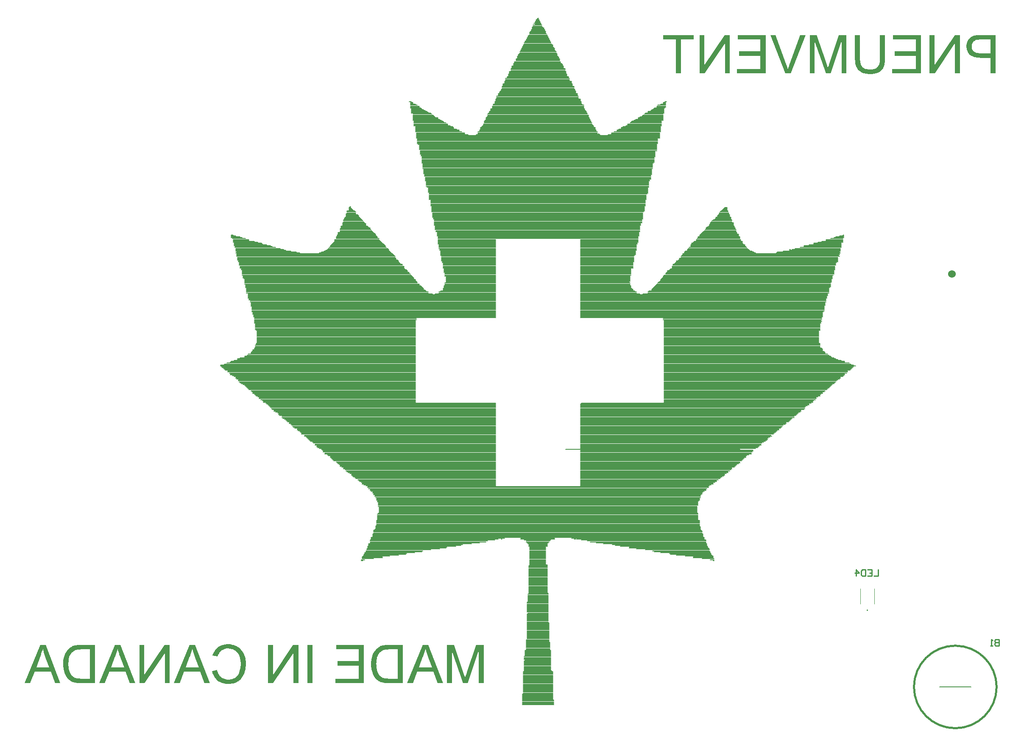
<source format=gbo>
G04*
G04 #@! TF.GenerationSoftware,Altium Limited,Altium Designer,20.0.1 (14)*
G04*
G04 Layer_Color=32896*
%FSLAX44Y44*%
%MOMM*%
G71*
G01*
G75*
%ADD10C,0.2540*%
%ADD13C,0.2000*%
%ADD14C,0.1000*%
%ADD15C,0.4000*%
%ADD144C,1.5240*%
%ADD145C,0.1778*%
G36*
X2144602Y1979993D02*
X2134825D01*
Y2040320D01*
X2094607Y1979993D01*
X2084053D01*
Y2056874D01*
X2093829D01*
Y1996436D01*
X2134158Y2056874D01*
X2144602D01*
Y1979993D01*
D02*
G37*
G36*
X1684983D02*
X1675206D01*
Y2040320D01*
X1634988Y1979993D01*
X1624433D01*
Y2056874D01*
X1634210D01*
Y1996436D01*
X1674539Y2056874D01*
X1684983D01*
Y1979993D01*
D02*
G37*
G36*
X1918070D02*
X1908293D01*
Y2045431D01*
X1886073Y1979993D01*
X1876963D01*
X1854521Y2044320D01*
Y1979993D01*
X1844744D01*
Y2056874D01*
X1858409D01*
X1876852Y2003324D01*
X1877852Y2000435D01*
X1878629Y1997991D01*
X1879407Y1995880D01*
X1879963Y1994103D01*
X1880407Y1992770D01*
X1880740Y1991770D01*
X1880851Y1991214D01*
X1880963Y1990992D01*
X1881407Y1992547D01*
X1881962Y1994325D01*
X1882629Y1996214D01*
X1883185Y1998102D01*
X1883740Y1999769D01*
X1884184Y2001102D01*
X1884407Y2001658D01*
X1884518Y2001991D01*
X1884629Y2002213D01*
Y2002324D01*
X1902849Y2056874D01*
X1918070D01*
Y1979993D01*
D02*
G37*
G36*
X1806415D02*
X1795749D01*
X1765752Y2056874D01*
X1776084D01*
X1796971Y2000991D01*
X1797860Y1998658D01*
X1798638Y1996436D01*
X1799304Y1994325D01*
X1799860Y1992436D01*
X1800415Y1990770D01*
X1800749Y1989548D01*
X1800860Y1989103D01*
X1800971Y1988770D01*
X1801082Y1988548D01*
Y1988437D01*
X1802415Y1992881D01*
X1803082Y1994992D01*
X1803748Y1996880D01*
X1804304Y1998547D01*
X1804526Y1999213D01*
X1804637Y1999880D01*
X1804859Y2000324D01*
X1804970Y2000658D01*
X1805081Y2000880D01*
Y2000991D01*
X1825079Y2056874D01*
X1836189D01*
X1806415Y1979993D01*
D02*
G37*
G36*
X1995173Y2012434D02*
Y2010212D01*
X1995062Y2008101D01*
X1994951Y2006102D01*
X1994729Y2004213D01*
X1994506Y2002546D01*
X1994284Y2000991D01*
X1993951Y1999547D01*
X1993729Y1998214D01*
X1993506Y1996991D01*
X1993173Y1995992D01*
X1992951Y1995103D01*
X1992729Y1994436D01*
X1992507Y1993881D01*
X1992395Y1993436D01*
X1992284Y1993214D01*
Y1993103D01*
X1991062Y1990659D01*
X1989507Y1988437D01*
X1987951Y1986659D01*
X1986285Y1985104D01*
X1984841Y1983882D01*
X1983618Y1982993D01*
X1983174Y1982771D01*
X1982841Y1982549D01*
X1982619Y1982326D01*
X1982507D01*
X1979730Y1981104D01*
X1976841Y1980215D01*
X1973842Y1979549D01*
X1971064Y1979104D01*
X1969842Y1978993D01*
X1968620Y1978882D01*
X1967509Y1978771D01*
X1966620D01*
X1965843Y1978660D01*
X1964843D01*
X1960843Y1978882D01*
X1959066Y1979104D01*
X1957399Y1979327D01*
X1955733Y1979660D01*
X1954288Y1979993D01*
X1952955Y1980327D01*
X1951733Y1980771D01*
X1950622Y1981215D01*
X1949733Y1981549D01*
X1948844Y1981882D01*
X1948178Y1982215D01*
X1947622Y1982549D01*
X1947289Y1982660D01*
X1947067Y1982882D01*
X1946956D01*
X1944512Y1984548D01*
X1942512Y1986437D01*
X1940956Y1988215D01*
X1939623Y1989992D01*
X1938623Y1991548D01*
X1937957Y1992770D01*
X1937734Y1993214D01*
X1937512Y1993547D01*
X1937401Y1993770D01*
Y1993881D01*
X1936957Y1995214D01*
X1936512Y1996658D01*
X1935846Y1999658D01*
X1935401Y2002769D01*
X1935068Y2005768D01*
X1934957Y2007101D01*
X1934846Y2008435D01*
Y2009546D01*
X1934735Y2010546D01*
Y2011323D01*
Y2011879D01*
Y2012323D01*
Y2012434D01*
Y2056874D01*
X1944956D01*
Y2012434D01*
Y2009879D01*
X1945178Y2007435D01*
X1945400Y2005324D01*
X1945734Y2003324D01*
X1946067Y2001546D01*
X1946511Y1999880D01*
X1946845Y1998436D01*
X1947289Y1997214D01*
X1947733Y1996214D01*
X1948178Y1995214D01*
X1948622Y1994547D01*
X1948956Y1993881D01*
X1949289Y1993436D01*
X1949511Y1993103D01*
X1949622Y1992992D01*
X1949733Y1992881D01*
X1950733Y1991992D01*
X1951844Y1991214D01*
X1954288Y1989992D01*
X1956844Y1989103D01*
X1959510Y1988548D01*
X1961954Y1988103D01*
X1962954Y1987992D01*
X1963954D01*
X1964621Y1987881D01*
X1965732D01*
X1968065Y1987992D01*
X1970175Y1988326D01*
X1972175Y1988659D01*
X1973731Y1989214D01*
X1975064Y1989659D01*
X1976064Y1989992D01*
X1976619Y1990325D01*
X1976841Y1990437D01*
X1978397Y1991436D01*
X1979730Y1992659D01*
X1980841Y1993881D01*
X1981619Y1994992D01*
X1982285Y1996103D01*
X1982841Y1996880D01*
X1983063Y1997436D01*
X1983174Y1997658D01*
X1983507Y1998658D01*
X1983730Y1999658D01*
X1984174Y2001991D01*
X1984507Y2004435D01*
X1984729Y2006879D01*
X1984841Y2008990D01*
Y2009990D01*
X1984952Y2010768D01*
Y2011434D01*
Y2011990D01*
Y2012323D01*
Y2012434D01*
Y2056874D01*
X1995173D01*
Y2012434D01*
D02*
G37*
G36*
X2216150Y1979993D02*
X2205929D01*
Y2011212D01*
X2186264D01*
X2183376Y2011323D01*
X2180598Y2011546D01*
X2178154Y2011879D01*
X2175932Y2012323D01*
X2173821Y2012768D01*
X2172043Y2013323D01*
X2170377Y2013990D01*
X2168933Y2014656D01*
X2167711Y2015212D01*
X2166600Y2015878D01*
X2165711Y2016434D01*
X2165044Y2016989D01*
X2164489Y2017323D01*
X2164155Y2017656D01*
X2163933Y2017878D01*
X2163822Y2017989D01*
X2162711Y2019323D01*
X2161711Y2020656D01*
X2160934Y2021989D01*
X2160156Y2023433D01*
X2159489Y2024877D01*
X2159045Y2026211D01*
X2158267Y2028766D01*
X2158045Y2029988D01*
X2157823Y2031099D01*
X2157712Y2032099D01*
X2157601Y2032877D01*
X2157489Y2033654D01*
Y2034099D01*
Y2034432D01*
Y2034543D01*
X2157601Y2036654D01*
X2157823Y2038654D01*
X2158267Y2040431D01*
X2158600Y2041987D01*
X2159045Y2043320D01*
X2159489Y2044320D01*
X2159711Y2044875D01*
X2159823Y2045098D01*
X2160711Y2046764D01*
X2161822Y2048208D01*
X2162822Y2049541D01*
X2163822Y2050541D01*
X2164711Y2051319D01*
X2165378Y2051986D01*
X2165822Y2052319D01*
X2166044Y2052430D01*
X2167488Y2053319D01*
X2169155Y2054097D01*
X2170710Y2054763D01*
X2172155Y2055319D01*
X2173488Y2055652D01*
X2174488Y2055874D01*
X2175265Y2056096D01*
X2175488D01*
X2177154Y2056319D01*
X2179043Y2056541D01*
X2181042Y2056652D01*
X2182931Y2056763D01*
X2184598Y2056874D01*
X2216150D01*
Y1979993D01*
D02*
G37*
G36*
X2066832D02*
X2009394D01*
Y1989103D01*
X2056611D01*
Y2015212D01*
X2014060D01*
Y2024322D01*
X2056611D01*
Y2047764D01*
X2011171D01*
Y2056874D01*
X2066832D01*
Y1979993D01*
D02*
G37*
G36*
X1756420D02*
X1698981D01*
Y1989103D01*
X1746199D01*
Y2015212D01*
X1703647D01*
Y2024322D01*
X1746199D01*
Y2047764D01*
X1700759D01*
Y2056874D01*
X1756420D01*
Y1979993D01*
D02*
G37*
G36*
X1613101Y2047764D02*
X1587771D01*
Y1979993D01*
X1577549D01*
Y2047764D01*
X1552219D01*
Y2056874D01*
X1613101D01*
Y2047764D01*
D02*
G37*
G36*
X823394Y760730D02*
X813617D01*
Y821057D01*
X773399Y760730D01*
X762845D01*
X762845Y837611D01*
X772621D01*
X772621Y777173D01*
X812951Y837611D01*
X823394D01*
X823394Y760730D01*
D02*
G37*
G36*
X566754Y760730D02*
X556977D01*
Y821057D01*
X516759Y760730D01*
X506205D01*
X506205Y837611D01*
X515981D01*
X515981Y777173D01*
X556311Y837611D01*
X566754D01*
X566754Y760730D01*
D02*
G37*
G36*
X1193800Y760730D02*
X1184023D01*
Y826168D01*
X1161803Y760730D01*
X1152693D01*
X1130251Y825057D01*
Y760730D01*
X1120474Y760730D01*
X1120474Y837611D01*
X1134139Y837611D01*
X1152582Y784061D01*
X1153582Y781172D01*
X1154360Y778728D01*
X1155137Y776617D01*
X1155693Y774840D01*
X1156137Y773506D01*
X1156470Y772507D01*
X1156582Y771951D01*
X1156693Y771729D01*
X1157137Y773284D01*
X1157693Y775062D01*
X1158359Y776951D01*
X1158915Y778839D01*
X1159470Y780506D01*
X1159915Y781839D01*
X1160137Y782394D01*
X1160248Y782728D01*
X1160359Y782950D01*
Y783061D01*
X1178579Y837611D01*
X1193800D01*
X1193800Y760730D01*
D02*
G37*
G36*
X686297Y838722D02*
X689852Y838166D01*
X692963Y837500D01*
X694407Y837055D01*
X695741Y836611D01*
X696963Y836167D01*
X698074Y835722D01*
X698962Y835389D01*
X699851Y835056D01*
X700407Y834722D01*
X700851Y834500D01*
X701184Y834389D01*
X701295Y834278D01*
X704295Y832389D01*
X706851Y830167D01*
X709072Y827945D01*
X710961Y825723D01*
X712405Y823723D01*
X712961Y822835D01*
X713405Y822057D01*
X713850Y821501D01*
X714072Y821057D01*
X714183Y820724D01*
X714294Y820613D01*
X715850Y817169D01*
X716961Y813613D01*
X717738Y810058D01*
X718294Y806836D01*
X718516Y805392D01*
X718627Y803948D01*
X718738Y802837D01*
Y801726D01*
X718849Y800948D01*
Y800281D01*
Y799837D01*
Y799726D01*
X718627Y795726D01*
X718183Y791838D01*
X717627Y788394D01*
X717183Y786727D01*
X716849Y785283D01*
X716516Y783950D01*
X716072Y782728D01*
X715738Y781617D01*
X715516Y780728D01*
X715183Y780061D01*
X715072Y779506D01*
X714850Y779173D01*
Y779061D01*
X713183Y775728D01*
X711294Y772729D01*
X709295Y770173D01*
X708295Y769174D01*
X707406Y768174D01*
X706517Y767285D01*
X705628Y766507D01*
X704851Y765841D01*
X704184Y765396D01*
X703740Y764952D01*
X703295Y764618D01*
X703073Y764507D01*
X702962Y764396D01*
X701407Y763507D01*
X699851Y762730D01*
X696518Y761508D01*
X693185Y760619D01*
X689963Y760063D01*
X688408Y759841D01*
X687075Y759619D01*
X685853Y759508D01*
X684853Y759508D01*
X683964Y759397D01*
X682742D01*
X680520Y759508D01*
X678409Y759730D01*
X676409Y759952D01*
X674520Y760397D01*
X672743Y760952D01*
X671076Y761508D01*
X669521Y762063D01*
X668077Y762730D01*
X666855Y763285D01*
X665632Y763841D01*
X664744Y764396D01*
X663855Y764952D01*
X663299Y765396D01*
X662744Y765618D01*
X662522Y765841D01*
X662411Y765952D01*
X660855Y767285D01*
X659522Y768618D01*
X658300Y770173D01*
X657078Y771729D01*
X655078Y774839D01*
X653523Y777950D01*
X652856Y779395D01*
X652300Y780728D01*
X651856Y781950D01*
X651523Y782950D01*
X651190Y783839D01*
X650967Y784505D01*
X650856Y784950D01*
Y785061D01*
X661077Y787616D01*
X661522Y785838D01*
X662077Y784172D01*
X662633Y782617D01*
X663188Y781172D01*
X663855Y779839D01*
X664521Y778728D01*
X665299Y777617D01*
X665966Y776617D01*
X666521Y775728D01*
X667188Y775062D01*
X667743Y774395D01*
X668188Y773840D01*
X668632Y773506D01*
X668966Y773173D01*
X669077Y773062D01*
X669188Y772951D01*
X670299Y772062D01*
X671521Y771395D01*
X673965Y770173D01*
X676298Y769285D01*
X678631Y768729D01*
X680631Y768285D01*
X681409Y768174D01*
X682186D01*
X682853Y768063D01*
X683631D01*
X686186Y768174D01*
X688630Y768618D01*
X690852Y769174D01*
X692852Y769840D01*
X694407Y770507D01*
X695074Y770840D01*
X695629Y771062D01*
X696074Y771284D01*
X696407Y771507D01*
X696629Y771618D01*
X696740D01*
X698851Y773173D01*
X700629Y774840D01*
X702184Y776728D01*
X703406Y778506D01*
X704406Y780061D01*
X705073Y781394D01*
X705295Y781950D01*
X705517Y782283D01*
X705628Y782505D01*
Y782617D01*
X706517Y785505D01*
X707184Y788394D01*
X707739Y791282D01*
X708073Y793949D01*
X708184Y795171D01*
X708295Y796282D01*
Y797282D01*
X708406Y798059D01*
Y798726D01*
Y799281D01*
Y799615D01*
Y799726D01*
X708295Y802615D01*
X708073Y805281D01*
X707628Y807725D01*
X707184Y809947D01*
X706851Y811836D01*
X706628Y812613D01*
X706406Y813280D01*
X706295Y813836D01*
X706184Y814169D01*
X706073Y814391D01*
Y814502D01*
X704962Y817057D01*
X703740Y819390D01*
X702406Y821279D01*
X700962Y822946D01*
X699740Y824279D01*
X698740Y825168D01*
X697962Y825723D01*
X697851Y825945D01*
X697740D01*
X695407Y827390D01*
X692852Y828501D01*
X690408Y829278D01*
X688075Y829723D01*
X685964Y830056D01*
X685075Y830167D01*
X684297D01*
X683742Y830278D01*
X682853D01*
X680075Y830167D01*
X677520Y829723D01*
X675409Y829056D01*
X673521Y828390D01*
X672076Y827612D01*
X670965Y827056D01*
X670299Y826612D01*
X670077Y826390D01*
X668299Y824723D01*
X666632Y822835D01*
X665299Y820835D01*
X664188Y818835D01*
X663299Y817057D01*
X662966Y816169D01*
X662744Y815502D01*
X662522Y814947D01*
X662299Y814502D01*
X662188Y814280D01*
Y814169D01*
X652189Y816502D01*
X652856Y818502D01*
X653523Y820279D01*
X654411Y821946D01*
X655189Y823612D01*
X656078Y825057D01*
X657078Y826390D01*
X657967Y827723D01*
X658855Y828834D01*
X659744Y829723D01*
X660522Y830611D01*
X661300Y831389D01*
X661855Y831945D01*
X662411Y832500D01*
X662855Y832833D01*
X663077Y832945D01*
X663188Y833056D01*
X664744Y834056D01*
X666299Y835055D01*
X667855Y835833D01*
X669521Y836500D01*
X672854Y837500D01*
X675854Y838166D01*
X677298Y838500D01*
X678520Y838611D01*
X679742Y838722D01*
X680742Y838833D01*
X681520Y838944D01*
X682631D01*
X686297Y838722D01*
D02*
G37*
G36*
X1112364Y760730D02*
X1101587D01*
X1093255Y784061D01*
X1061036D01*
X1052037Y760730D01*
X1040483D01*
X1071924Y837611D01*
X1083034D01*
X1112364Y760730D01*
D02*
G37*
G36*
X1032261D02*
X1004597D01*
X1002042Y760841D01*
X999709Y760952D01*
X997598Y761174D01*
X995820Y761397D01*
X994265Y761619D01*
X993154Y761730D01*
X992821Y761841D01*
X992487Y761952D01*
X992265D01*
X990266Y762508D01*
X988488Y763174D01*
X986933Y763730D01*
X985599Y764396D01*
X984488Y764952D01*
X983711Y765396D01*
X983266Y765730D01*
X983044Y765841D01*
X981600Y766841D01*
X980378Y768063D01*
X979156Y769174D01*
X978156Y770285D01*
X977267Y771284D01*
X976600Y772062D01*
X976156Y772618D01*
X976045Y772840D01*
X974934Y774617D01*
X973823Y776506D01*
X972934Y778284D01*
X972267Y780061D01*
X971601Y781617D01*
X971156Y782839D01*
X971045Y783283D01*
X970934Y783616D01*
X970823Y783839D01*
Y783950D01*
X970156Y786616D01*
X969601Y789283D01*
X969268Y791838D01*
X968934Y794282D01*
X968823Y796393D01*
Y797282D01*
X968712Y798059D01*
Y798615D01*
Y799170D01*
Y799393D01*
Y799504D01*
X968823Y803281D01*
X969157Y806725D01*
X969712Y809836D01*
X969934Y811280D01*
X970268Y812502D01*
X970601Y813725D01*
X970823Y814724D01*
X971045Y815613D01*
X971379Y816391D01*
X971490Y817057D01*
X971712Y817502D01*
X971823Y817724D01*
Y817835D01*
X973045Y820724D01*
X974489Y823279D01*
X976045Y825501D01*
X977489Y827390D01*
X978822Y828945D01*
X979933Y830056D01*
X980378Y830389D01*
X980711Y830723D01*
X980822Y830834D01*
X980933Y830945D01*
X982711Y832389D01*
X984599Y833500D01*
X986488Y834500D01*
X988266Y835278D01*
X989821Y835833D01*
X991043Y836167D01*
X991488Y836389D01*
X991821D01*
X992043Y836500D01*
X992154D01*
X994043Y836833D01*
X996265Y837167D01*
X998487Y837389D01*
X1000709Y837500D01*
X1002709Y837611D01*
X1032261D01*
X1032261Y760730D01*
D02*
G37*
G36*
X954603Y760730D02*
X897164D01*
Y769840D01*
X944381D01*
Y795948D01*
X901830D01*
Y805059D01*
X944381D01*
Y828501D01*
X898942D01*
X898942Y837611D01*
X954603D01*
X954603Y760730D01*
D02*
G37*
G36*
X851502D02*
X841281D01*
X841281Y837611D01*
X851502D01*
X851502Y760730D01*
D02*
G37*
G36*
X646746Y760730D02*
X635969D01*
X627636Y784061D01*
X595418D01*
X586418Y760730D01*
X574864D01*
X606305Y837611D01*
X617415D01*
X646746Y760730D01*
D02*
G37*
G36*
X497539Y760730D02*
X486762D01*
X478430Y784061D01*
X446211D01*
X437212Y760730D01*
X425657D01*
X457099Y837611D01*
X468209D01*
X497539Y760730D01*
D02*
G37*
G36*
X417436D02*
X389772Y760730D01*
X387217Y760841D01*
X384884Y760952D01*
X382773Y761174D01*
X380995Y761396D01*
X379440Y761619D01*
X378329Y761730D01*
X377996Y761841D01*
X377662Y761952D01*
X377440D01*
X375440Y762507D01*
X373663Y763174D01*
X372107Y763729D01*
X370774Y764396D01*
X369663Y764952D01*
X368885Y765396D01*
X368441Y765729D01*
X368219Y765840D01*
X366775Y766840D01*
X365552Y768062D01*
X364330Y769173D01*
X363330Y770284D01*
X362442Y771284D01*
X361775Y772062D01*
X361331Y772617D01*
X361220Y772840D01*
X360109Y774617D01*
X358998Y776506D01*
X358109Y778284D01*
X357442Y780061D01*
X356776Y781617D01*
X356331Y782839D01*
X356220Y783283D01*
X356109Y783616D01*
X355998Y783839D01*
Y783950D01*
X355331Y786616D01*
X354776Y789282D01*
X354442Y791838D01*
X354109Y794282D01*
X353998Y796393D01*
Y797282D01*
X353887Y798059D01*
Y798615D01*
Y799170D01*
Y799392D01*
Y799504D01*
X353998Y803281D01*
X354331Y806725D01*
X354887Y809836D01*
X355109Y811280D01*
X355442Y812502D01*
X355776Y813724D01*
X355998Y814724D01*
X356220Y815613D01*
X356553Y816391D01*
X356665Y817057D01*
X356887Y817502D01*
X356998Y817724D01*
Y817835D01*
X358220Y820724D01*
X359664Y823279D01*
X361220Y825501D01*
X362664Y827390D01*
X363997Y828945D01*
X365108Y830056D01*
X365552Y830389D01*
X365886Y830723D01*
X365997Y830834D01*
X366108Y830945D01*
X367886Y832389D01*
X369774Y833500D01*
X371663Y834500D01*
X373441Y835278D01*
X374996Y835833D01*
X376218Y836167D01*
X376662Y836389D01*
X376996D01*
X377218Y836500D01*
X377329D01*
X379218Y836833D01*
X381440Y837166D01*
X383662Y837389D01*
X385884Y837500D01*
X387883Y837611D01*
X417436Y837611D01*
X417436Y760730D01*
D02*
G37*
G36*
X348332Y760730D02*
X337555D01*
X329223Y784061D01*
X297004D01*
X288005Y760730D01*
X276451D01*
X307892Y837611D01*
X319002D01*
X348332Y760730D01*
D02*
G37*
%LPC*%
G36*
X2205929Y2047764D02*
X2183931D01*
X2181931Y2047653D01*
X2180265Y2047542D01*
X2178932Y2047431D01*
X2178043Y2047209D01*
X2177376Y2047097D01*
X2176932Y2046986D01*
X2176821D01*
X2175376Y2046431D01*
X2174154Y2045764D01*
X2173043Y2045098D01*
X2172043Y2044320D01*
X2171377Y2043542D01*
X2170821Y2042987D01*
X2170488Y2042542D01*
X2170377Y2042431D01*
X2169599Y2041098D01*
X2168933Y2039765D01*
X2168488Y2038320D01*
X2168266Y2037098D01*
X2168044Y2035987D01*
X2167933Y2034987D01*
Y2034432D01*
Y2034321D01*
Y2034210D01*
X2168155Y2031877D01*
X2168599Y2029877D01*
X2169266Y2028099D01*
X2170044Y2026655D01*
X2170821Y2025544D01*
X2171488Y2024655D01*
X2171932Y2024211D01*
X2172155Y2023989D01*
X2172932Y2023322D01*
X2173932Y2022767D01*
X2176043Y2021878D01*
X2178376Y2021211D01*
X2180709Y2020767D01*
X2182820Y2020544D01*
X2183709Y2020433D01*
X2184487D01*
X2185264Y2020322D01*
X2205929D01*
Y2047764D01*
D02*
G37*
G36*
X1077701Y829612D02*
X1076923Y827056D01*
X1076034Y824390D01*
X1075146Y821724D01*
X1074257Y819168D01*
X1073812Y818057D01*
X1073479Y816946D01*
X1073146Y815947D01*
X1072812Y815169D01*
X1072590Y814502D01*
X1072368Y813947D01*
X1072257Y813613D01*
Y813502D01*
X1064258Y792393D01*
X1090255D01*
X1081923Y814836D01*
X1080923Y817613D01*
X1080145Y820279D01*
X1079367Y822724D01*
X1078812Y824946D01*
X1078367Y826834D01*
X1078145Y827612D01*
X1078034Y828390D01*
X1077812Y828834D01*
Y829278D01*
X1077701Y829501D01*
Y829612D01*
D02*
G37*
G36*
X1022040Y828501D02*
X1004264D01*
X1002820Y828390D01*
X1001376D01*
X1000042Y828279D01*
X997820Y827945D01*
X996043Y827723D01*
X994598Y827390D01*
X993598Y827056D01*
X993043Y826945D01*
X992821Y826834D01*
X990821Y825834D01*
X988932Y824612D01*
X987266Y823168D01*
X985822Y821724D01*
X984711Y820390D01*
X983822Y819279D01*
X983600Y818835D01*
X983377Y818502D01*
X983155Y818280D01*
Y818168D01*
X982489Y816946D01*
X981822Y815502D01*
X980822Y812614D01*
X980155Y809503D01*
X979600Y806503D01*
X979489Y805170D01*
X979378Y803837D01*
X979267Y802726D01*
Y801726D01*
X979156Y800837D01*
Y800281D01*
Y799837D01*
Y799726D01*
X979267Y796615D01*
X979489Y793727D01*
X979822Y791171D01*
X980155Y788949D01*
X980378Y788061D01*
X980600Y787283D01*
X980822Y786505D01*
X980933Y785950D01*
X981044Y785505D01*
X981155Y785172D01*
X981266Y784950D01*
Y784839D01*
X982044Y782728D01*
X982933Y780839D01*
X983933Y779173D01*
X984822Y777728D01*
X985599Y776617D01*
X986266Y775839D01*
X986710Y775395D01*
X986821Y775173D01*
X987932Y774284D01*
X989043Y773506D01*
X990154Y772840D01*
X991265Y772173D01*
X992265Y771729D01*
X993043Y771395D01*
X993598Y771284D01*
X993821Y771173D01*
X995487Y770729D01*
X997487Y770396D01*
X999487Y770173D01*
X1001376Y770062D01*
X1003042Y769951D01*
X1003820Y769840D01*
X1022040D01*
Y828501D01*
D02*
G37*
G36*
X612082Y829612D02*
X611305Y827056D01*
X610416Y824390D01*
X609527Y821724D01*
X608638Y819168D01*
X608194Y818057D01*
X607861Y816946D01*
X607527Y815946D01*
X607194Y815169D01*
X606972Y814502D01*
X606750Y813947D01*
X606639Y813613D01*
Y813502D01*
X598639Y792393D01*
X624637D01*
X616304Y814835D01*
X615304Y817613D01*
X614527Y820279D01*
X613749Y822723D01*
X613194Y824946D01*
X612749Y826834D01*
X612527Y827612D01*
X612416Y828390D01*
X612194Y828834D01*
Y829278D01*
X612082Y829501D01*
Y829612D01*
D02*
G37*
G36*
X462876Y829612D02*
X462098Y827056D01*
X461209Y824390D01*
X460320Y821724D01*
X459432Y819168D01*
X458987Y818057D01*
X458654Y816946D01*
X458321Y815946D01*
X457987Y815169D01*
X457765Y814502D01*
X457543Y813947D01*
X457432Y813613D01*
Y813502D01*
X449433Y792393D01*
X475430D01*
X467098Y814835D01*
X466098Y817613D01*
X465320Y820279D01*
X464542Y822723D01*
X463987Y824945D01*
X463542Y826834D01*
X463320Y827612D01*
X463209Y828390D01*
X462987Y828834D01*
Y829278D01*
X462876Y829501D01*
Y829612D01*
D02*
G37*
G36*
X407215Y828501D02*
X389439Y828501D01*
X387995Y828390D01*
X386550D01*
X385217Y828278D01*
X382995Y827945D01*
X381217Y827723D01*
X379773Y827390D01*
X378773Y827056D01*
X378218Y826945D01*
X377996Y826834D01*
X375996Y825834D01*
X374107Y824612D01*
X372441Y823168D01*
X370996Y821723D01*
X369885Y820390D01*
X368997Y819279D01*
X368774Y818835D01*
X368552Y818502D01*
X368330Y818279D01*
Y818168D01*
X367663Y816946D01*
X366997Y815502D01*
X365997Y812613D01*
X365330Y809503D01*
X364775Y806503D01*
X364664Y805170D01*
X364553Y803837D01*
X364441Y802726D01*
Y801726D01*
X364330Y800837D01*
Y800281D01*
Y799837D01*
Y799726D01*
X364441Y796615D01*
X364664Y793726D01*
X364997Y791171D01*
X365330Y788949D01*
X365552Y788060D01*
X365775Y787283D01*
X365997Y786505D01*
X366108Y785949D01*
X366219Y785505D01*
X366330Y785172D01*
X366441Y784950D01*
Y784838D01*
X367219Y782728D01*
X368108Y780839D01*
X369108Y779172D01*
X369996Y777728D01*
X370774Y776617D01*
X371441Y775839D01*
X371885Y775395D01*
X371996Y775173D01*
X373107Y774284D01*
X374218Y773506D01*
X375329Y772840D01*
X376440Y772173D01*
X377440Y771729D01*
X378218Y771395D01*
X378773Y771284D01*
X378996Y771173D01*
X380662Y770729D01*
X382662Y770396D01*
X384662Y770173D01*
X386550Y770062D01*
X388217Y769951D01*
X388994Y769840D01*
X407215Y769840D01*
Y828501D01*
D02*
G37*
G36*
X313669Y829612D02*
X312891Y827056D01*
X312003Y824390D01*
X311114Y821723D01*
X310225Y819168D01*
X309781Y818057D01*
X309447Y816946D01*
X309114Y815946D01*
X308781Y815169D01*
X308558Y814502D01*
X308336Y813947D01*
X308225Y813613D01*
Y813502D01*
X300226Y792393D01*
X326223D01*
X317891Y814835D01*
X316891Y817613D01*
X316113Y820279D01*
X315336Y822723D01*
X314780Y824945D01*
X314336Y826834D01*
X314113Y827612D01*
X314002Y828390D01*
X313780Y828834D01*
Y829278D01*
X313669Y829501D01*
Y829612D01*
D02*
G37*
%LPD*%
D10*
X1981454Y987802D02*
Y975106D01*
X1972990D01*
X1960294Y987802D02*
X1968758D01*
Y975106D01*
X1960294D01*
X1968758Y981454D02*
X1964526D01*
X1956062Y987802D02*
Y975106D01*
X1949714D01*
X1947598Y977222D01*
Y985686D01*
X1949714Y987802D01*
X1956062D01*
X1937018Y975106D02*
Y987802D01*
X1943366Y981454D01*
X1934902D01*
X2222500Y848623D02*
Y835928D01*
X2216152D01*
X2214036Y838044D01*
Y840160D01*
X2216152Y842275D01*
X2222500D01*
X2216152D01*
X2214036Y844391D01*
Y846507D01*
X2216152Y848623D01*
X2222500D01*
X2209804Y835928D02*
X2205572D01*
X2207688D01*
Y848623D01*
X2209804Y846507D01*
D13*
X1960610Y906780D02*
G03*
X1958610Y906780I-1000J0D01*
G01*
D02*
G03*
X1960610Y906780I1000J0D01*
G01*
X2103610Y753378D02*
X2166910D01*
X2135260D02*
X2166910D01*
X2103610D02*
X2135260D01*
D14*
X1945610Y919220D02*
Y950220D01*
X1973610Y919220D02*
Y950220D01*
D15*
X2217760Y753378D02*
G03*
X2217760Y753378I-82500J0D01*
G01*
D144*
X2128520Y1578610D02*
D03*
D145*
X1301242Y2090674D02*
X1303020D01*
X1299464Y2088896D02*
X1303020D01*
X1297686Y2087118D02*
X1304798D01*
X1297686Y2085340D02*
X1304798D01*
X1295908Y2083562D02*
X1306576D01*
X1295908Y2081784D02*
X1306576D01*
X1294130Y2080006D02*
X1308354D01*
X1295908Y2078228D02*
X1308354D01*
X1292352Y2076450D02*
X1310132D01*
X1292352Y2074672D02*
X1310132D01*
X1290574Y2072894D02*
X1311910D01*
X1290574Y2071116D02*
X1313688D01*
X1290574Y2069338D02*
X1313688D01*
X1288796Y2067560D02*
X1315466D01*
X1288796Y2065782D02*
X1315466D01*
X1287018Y2064004D02*
X1317244D01*
X1285240Y2062226D02*
X1317244D01*
X1285240Y2060448D02*
X1317244D01*
X1285240Y2058670D02*
X1319022D01*
X1283462Y2056892D02*
X1320800D01*
X1281684Y2055114D02*
X1320800D01*
X1281684Y2053336D02*
X1322578D01*
X1279906Y2051558D02*
X1322578D01*
X1279906Y2049780D02*
X1324356D01*
X1278128Y2048002D02*
X1324356D01*
X1278128Y2046224D02*
X1326134D01*
X1276350Y2044446D02*
X1326134D01*
X1276350Y2042668D02*
X1327912D01*
X1274572Y2040890D02*
X1327912D01*
X1274572Y2039112D02*
X1329690D01*
X1272794Y2037334D02*
X1331468D01*
X1272794Y2035556D02*
X1331468D01*
X1271016Y2033778D02*
X1331468D01*
X1271016Y2032000D02*
X1333246D01*
X1269238Y2030222D02*
X1335024D01*
X1269238Y2028444D02*
X1335024D01*
X1267460Y2026666D02*
X1335024D01*
X1267460Y2024888D02*
X1336802D01*
X1265682Y2023110D02*
X1338580D01*
X1265682Y2021332D02*
X1338580D01*
X1263904Y2019554D02*
X1340358D01*
X1262126Y2017776D02*
X1340358D01*
X1262126Y2015998D02*
X1340358D01*
X1260348Y2014220D02*
X1342136D01*
X1260348Y2012442D02*
X1343914D01*
X1260348Y2010664D02*
X1343914D01*
X1258570Y2008886D02*
X1345692D01*
X1258570Y2007108D02*
X1345692D01*
X1258570Y2005330D02*
X1345692D01*
X1255014Y2003552D02*
X1347470D01*
X1255014Y2001774D02*
X1347470D01*
X1253236Y1999996D02*
X1349248D01*
X1253236Y1998218D02*
X1351026D01*
X1253236Y1996440D02*
X1351026D01*
X1249680Y1994662D02*
X1352804D01*
X1249680Y1992884D02*
X1352804D01*
X1249680Y1991106D02*
X1352804D01*
X1247902Y1989328D02*
X1356360D01*
X1247902Y1987550D02*
X1356360D01*
X1247902Y1985772D02*
X1356360D01*
X1244346Y1983994D02*
X1358138D01*
X1244346Y1982216D02*
X1358138D01*
X1244346Y1980438D02*
X1358138D01*
X1242568Y1978660D02*
X1359916D01*
X1242568Y1976882D02*
X1359916D01*
X1242568Y1975104D02*
X1359916D01*
X1240790Y1973326D02*
X1363472D01*
X1240790Y1971548D02*
X1363472D01*
X1237234Y1969770D02*
X1365250D01*
X1237234Y1967992D02*
X1365250D01*
X1237234Y1966214D02*
X1365250D01*
X1235456Y1964436D02*
X1368806D01*
X1235456Y1962658D02*
X1368806D01*
X1235456Y1960880D02*
X1368806D01*
X1231900Y1959102D02*
X1370584D01*
X1231900Y1957324D02*
X1370584D01*
X1231900Y1955546D02*
X1370584D01*
X1230122Y1953768D02*
X1374140D01*
X1230122Y1951990D02*
X1374140D01*
X1230122Y1950212D02*
X1374140D01*
X1228344Y1948434D02*
X1375918D01*
X1228344Y1946656D02*
X1375918D01*
X1226566Y1944878D02*
X1377696D01*
X1224788Y1943100D02*
X1377696D01*
X1224788Y1941322D02*
X1377696D01*
X1223010Y1939544D02*
X1381252D01*
X1223010Y1937766D02*
X1381252D01*
X1223010Y1935988D02*
X1381252D01*
X1219454Y1934210D02*
X1383030D01*
X1219454Y1932432D02*
X1383030D01*
X1219454Y1930654D02*
X1383030D01*
X1217676Y1928876D02*
X1386586D01*
X1217676Y1927098D02*
X1386586D01*
X1217676Y1925320D02*
X1386586D01*
X1045210Y1923542D02*
X1048766D01*
X1215898D02*
X1388364D01*
X1555496D02*
X1559052D01*
X1046988Y1921764D02*
X1052322D01*
X1215898D02*
X1388364D01*
X1551940D02*
X1557274D01*
X1046988Y1919986D02*
X1052322D01*
X1215898D02*
X1388364D01*
X1551940D02*
X1557274D01*
X1046988Y1918208D02*
X1057656D01*
X1212342D02*
X1390142D01*
X1546606D02*
X1557274D01*
X1046988Y1916430D02*
X1061212D01*
X1212342D02*
X1393698D01*
X1541272D02*
X1557274D01*
X1046988Y1914652D02*
X1064768D01*
X1210564D02*
X1393698D01*
X1539494D02*
X1557274D01*
X1046988Y1912874D02*
X1064768D01*
X1210564D02*
X1393698D01*
X1539494D02*
X1557274D01*
X1046988Y1911096D02*
X1068324D01*
X1210564D02*
X1393698D01*
X1534160D02*
X1555496D01*
X1048766Y1909318D02*
X1070102D01*
X1207008D02*
X1395476D01*
X1532382D02*
X1553718D01*
X1048766Y1907540D02*
X1073658D01*
X1207008D02*
X1395476D01*
X1528826D02*
X1553718D01*
X1048766Y1905762D02*
X1077214D01*
X1207008D02*
X1397254D01*
X1527048D02*
X1553718D01*
X1048766Y1903984D02*
X1080770D01*
X1205230D02*
X1399032D01*
X1521714D02*
X1553718D01*
X1048766Y1902206D02*
X1082548D01*
X1205230D02*
X1399032D01*
X1521714D02*
X1553718D01*
X1048766Y1900428D02*
X1087882D01*
X1203452D02*
X1400810D01*
X1516380D02*
X1553718D01*
X1052322Y1898650D02*
X1089660D01*
X1201674D02*
X1400810D01*
X1514602D02*
X1551940D01*
X1052322Y1896872D02*
X1093216D01*
X1201674D02*
X1402588D01*
X1511046D02*
X1551940D01*
X1052322Y1895094D02*
X1094994D01*
X1201674D02*
X1402588D01*
X1509268D02*
X1551940D01*
X1052322Y1893316D02*
X1096772D01*
X1199896D02*
X1402588D01*
X1505712D02*
X1551940D01*
X1052322Y1891538D02*
X1102106D01*
X1198118D02*
X1404366D01*
X1502156D02*
X1551940D01*
X1052322Y1889760D02*
X1102106D01*
X1198118D02*
X1404366D01*
X1502156D02*
X1551940D01*
X1052322Y1887982D02*
X1105662D01*
X1198118D02*
X1406144D01*
X1496822D02*
X1551940D01*
X1052322Y1886204D02*
X1109218D01*
X1196340D02*
X1406144D01*
X1493266D02*
X1551940D01*
X1054100Y1884426D02*
X1112774D01*
X1194562D02*
X1407922D01*
X1489710D02*
X1548384D01*
X1054100Y1882648D02*
X1114552D01*
X1194562D02*
X1407922D01*
X1487932D02*
X1548384D01*
X1054100Y1880870D02*
X1118108D01*
X1194562D02*
X1409700D01*
X1486154D02*
X1548384D01*
X1054100Y1879092D02*
X1121664D01*
X1192784D02*
X1409700D01*
X1480820D02*
X1548384D01*
X1054100Y1877314D02*
X1121664D01*
X1192784D02*
X1411478D01*
X1480820D02*
X1548384D01*
X1054100Y1875536D02*
X1126998D01*
X1191006D02*
X1413256D01*
X1477264D02*
X1548384D01*
X1057656Y1873758D02*
X1132332D01*
X1189228D02*
X1413256D01*
X1471930D02*
X1546606D01*
X1057656Y1871980D02*
X1134110D01*
X1187450D02*
X1416812D01*
X1468374D02*
X1546606D01*
X1057656Y1870202D02*
X1134110D01*
X1187450D02*
X1416812D01*
X1468374D02*
X1546606D01*
X1057656Y1868424D02*
X1139444D01*
X1187450D02*
X1416812D01*
X1463040D02*
X1546606D01*
X1057656Y1866646D02*
X1144778D01*
X1185672D02*
X1418590D01*
X1459484D02*
X1546606D01*
X1057656Y1864868D02*
X1144778D01*
X1185672D02*
X1418590D01*
X1459484D02*
X1546606D01*
X1057656Y1863090D02*
X1150112D01*
X1182116D02*
X1420368D01*
X1454150D02*
X1546606D01*
X1059434Y1861312D02*
X1155446D01*
X1182116D02*
X1420368D01*
X1448816D02*
X1544828D01*
X1059434Y1859534D02*
X1155446D01*
X1182116D02*
X1420368D01*
X1422146D02*
X1423924D01*
X1448816D02*
X1544828D01*
X1059434Y1857756D02*
X1162558D01*
X1178560D02*
X1425702D01*
X1441704D02*
X1544828D01*
X1059434Y1855978D02*
X1544828D01*
X1059434Y1854200D02*
X1544828D01*
X1059434Y1852422D02*
X1544828D01*
X1059434Y1850644D02*
X1544828D01*
X1061212Y1848866D02*
X1541272D01*
X1061212Y1847088D02*
X1541272D01*
X1061212Y1845310D02*
X1541272D01*
X1061212Y1843532D02*
X1541272D01*
X1061212Y1841754D02*
X1541272D01*
X1061212Y1839976D02*
X1541272D01*
X1062990Y1838198D02*
X1539494D01*
X1064768Y1836420D02*
X1539494D01*
X1064768Y1834642D02*
X1539494D01*
X1064768Y1832864D02*
X1539494D01*
X1064768Y1831086D02*
X1539494D01*
X1064768Y1829308D02*
X1539494D01*
X1064768Y1827530D02*
X1539494D01*
X1066546Y1825752D02*
X1539494D01*
X1066546Y1823974D02*
X1535938D01*
X1066546Y1822196D02*
X1535938D01*
X1066546Y1820418D02*
X1535938D01*
X1066546Y1818640D02*
X1535938D01*
X1068324Y1816862D02*
X1535938D01*
X1068324Y1815084D02*
X1535938D01*
X1070102Y1813306D02*
X1535938D01*
X1070102Y1811528D02*
X1534160D01*
X1070102Y1809750D02*
X1534160D01*
X1070102Y1807972D02*
X1534160D01*
X1070102Y1806194D02*
X1534160D01*
X1070102Y1804416D02*
X1534160D01*
X1070102Y1802638D02*
X1534160D01*
X1070102Y1800860D02*
X1532382D01*
X1071880Y1799082D02*
X1530604D01*
X1071880Y1797304D02*
X1530604D01*
X1071880Y1795526D02*
X1530604D01*
X1071880Y1793748D02*
X1530604D01*
X1071880Y1791970D02*
X1530604D01*
X1071880Y1790192D02*
X1530604D01*
X1073658Y1788414D02*
X1528826D01*
X1073658Y1786636D02*
X1528826D01*
X1073658Y1784858D02*
X1528826D01*
X1073658Y1783080D02*
X1528826D01*
X1073658Y1781302D02*
X1528826D01*
X1073658Y1779524D02*
X1528826D01*
X1075436Y1777746D02*
X1528826D01*
X1075436Y1775968D02*
X1527048D01*
X1075436Y1774190D02*
X1527048D01*
X1077214Y1772412D02*
X1527048D01*
X1077214Y1770634D02*
X1527048D01*
X1077214Y1768856D02*
X1527048D01*
X1077214Y1767078D02*
X1525270D01*
X1077214Y1765300D02*
X1525270D01*
X1078992Y1763522D02*
X1523492D01*
X1078992Y1761744D02*
X1523492D01*
X1078992Y1759966D02*
X1523492D01*
X1078992Y1758188D02*
X1523492D01*
X1078992Y1756410D02*
X1523492D01*
X1078992Y1754632D02*
X1523492D01*
X1080770Y1752854D02*
X1523492D01*
X1082548Y1751076D02*
X1521714D01*
X1082548Y1749298D02*
X1521714D01*
X1082548Y1747520D02*
X1521714D01*
X1082548Y1745742D02*
X1521714D01*
X1082548Y1743964D02*
X1521714D01*
X1082548Y1742186D02*
X1521714D01*
X1084326Y1740408D02*
X1521714D01*
X1084326Y1738630D02*
X1519936D01*
X1084326Y1736852D02*
X1518158D01*
X1084326Y1735074D02*
X1518158D01*
X1084326Y1733296D02*
X1518158D01*
X1084326Y1731518D02*
X1518158D01*
X1084326Y1729740D02*
X1518158D01*
X1084326Y1727962D02*
X1518158D01*
X1087882Y1726184D02*
X1516380D01*
X1087882Y1724406D02*
X1516380D01*
X1087882Y1722628D02*
X1516380D01*
X1087882Y1720850D02*
X1516380D01*
X1087882Y1719072D02*
X1516380D01*
X1087882Y1717294D02*
X1516380D01*
X1087882Y1715516D02*
X1516380D01*
X926084Y1713738D02*
X927862D01*
X1089660D02*
X1514602D01*
X924306Y1711960D02*
X927862D01*
X1089660D02*
X1514602D01*
X1674622D02*
X1679956D01*
X924306Y1710182D02*
X929640D01*
X1089660D02*
X1514602D01*
X1672844D02*
X1679956D01*
X924306Y1708404D02*
X931418D01*
X1089660D02*
X1514602D01*
X1671066D02*
X1679956D01*
X924306Y1706626D02*
X933196D01*
X1089660D02*
X1514602D01*
X1669288D02*
X1679956D01*
X920750Y1704848D02*
X936752D01*
X1089660D02*
X1514602D01*
X1667510D02*
X1681734D01*
X920750Y1703070D02*
X938530D01*
X1089660D02*
X1512824D01*
X1665732D02*
X1681734D01*
X920750Y1701292D02*
X938530D01*
X1091438D02*
X1511046D01*
X1663954D02*
X1683512D01*
X918972Y1699514D02*
X938530D01*
X1091438D02*
X1511046D01*
X1663954D02*
X1683512D01*
X918972Y1697736D02*
X942086D01*
X1091438D02*
X1511046D01*
X1662176D02*
X1685290D01*
X918972Y1695958D02*
X943864D01*
X1091438D02*
X1511046D01*
X1660398D02*
X1685290D01*
X918972Y1694180D02*
X943864D01*
X1091438D02*
X1511046D01*
X1660398D02*
X1685290D01*
X917194Y1692402D02*
X945642D01*
X1091438D02*
X1511046D01*
X1656842D02*
X1687068D01*
X915416Y1690624D02*
X947420D01*
X1093216D02*
X1511046D01*
X1656842D02*
X1687068D01*
X915416Y1688846D02*
X949198D01*
X1093216D02*
X1511046D01*
X1655064D02*
X1687068D01*
X913638Y1687068D02*
X950976D01*
X1094994D02*
X1509268D01*
X1651508D02*
X1688846D01*
X913638Y1685290D02*
X952754D01*
X1094994D02*
X1509268D01*
X1649730D02*
X1688846D01*
X913638Y1683512D02*
X954532D01*
X1094994D02*
X1509268D01*
X1647952D02*
X1688846D01*
X911860Y1681734D02*
X956310D01*
X1094994D02*
X1509268D01*
X1646174D02*
X1692402D01*
X911860Y1679956D02*
X958088D01*
X1094994D02*
X1507490D01*
X1646174D02*
X1692402D01*
X911860Y1678178D02*
X958088D01*
X1094994D02*
X1507490D01*
X1644396D02*
X1692402D01*
X911860Y1676400D02*
X958088D01*
X1094994D02*
X1507490D01*
X1644396D02*
X1692402D01*
X908304Y1674622D02*
X961644D01*
X1096772D02*
X1505712D01*
X1642618D02*
X1694180D01*
X908304Y1672844D02*
X963422D01*
X1096772D02*
X1505712D01*
X1639062D02*
X1694180D01*
X908304Y1671066D02*
X966978D01*
X1096772D02*
X1505712D01*
X1637284D02*
X1695958D01*
X906526Y1669288D02*
X966978D01*
X1096772D02*
X1505712D01*
X1637284D02*
X1695958D01*
X906526Y1667510D02*
X968756D01*
X1096772D02*
X1505712D01*
X1635506D02*
X1697736D01*
X906526Y1665732D02*
X970534D01*
X1098550D02*
X1505712D01*
X1633728D02*
X1697736D01*
X906526Y1663954D02*
X972312D01*
X1098550D02*
X1505712D01*
X1631950D02*
X1697736D01*
X902970Y1662176D02*
X974090D01*
X1100328D02*
X1503934D01*
X1630172D02*
X1699514D01*
X902970Y1660398D02*
X975868D01*
X1100328D02*
X1503934D01*
X1628394D02*
X1699514D01*
X902970Y1658620D02*
X977646D01*
X1100328D02*
X1503934D01*
X1626616D02*
X1703070D01*
X689610Y1656842D02*
X693166D01*
X901192D02*
X977646D01*
X1100328D02*
X1503934D01*
X1624838D02*
X1703070D01*
X1911096D02*
X1912874D01*
X689610Y1655064D02*
X698500D01*
X901192D02*
X979424D01*
X1100328D02*
X1503934D01*
X1624838D02*
X1703070D01*
X1903984D02*
X1912874D01*
X689610Y1653286D02*
X707390D01*
X899414D02*
X981202D01*
X1102106D02*
X1502156D01*
X1621282D02*
X1704848D01*
X1896872D02*
X1912874D01*
X689610Y1651508D02*
X710946D01*
X899414D02*
X981202D01*
X1102106D02*
X1502156D01*
X1621282D02*
X1704848D01*
X1893316D02*
X1912874D01*
X691388Y1649730D02*
X718058D01*
X899414D02*
X984758D01*
X1102106D02*
X1502156D01*
X1619504D02*
X1704848D01*
X1886204D02*
X1911096D01*
X693166Y1647952D02*
X725170D01*
X895858D02*
X984758D01*
X1102106D02*
X1217676D01*
X1386586D02*
X1502156D01*
X1617726D02*
X1706626D01*
X1877314D02*
X1911096D01*
X693166Y1646174D02*
X725170D01*
X895858D02*
X986536D01*
X1102106D02*
X1217676D01*
X1386586D02*
X1502156D01*
X1617726D02*
X1706626D01*
X1877314D02*
X1911096D01*
X693166Y1644396D02*
X735838D01*
X895858D02*
X988314D01*
X1102106D02*
X1217676D01*
X1386586D02*
X1502156D01*
X1614170D02*
X1710182D01*
X1868424D02*
X1911096D01*
X693166Y1642618D02*
X742950D01*
X894080D02*
X990092D01*
X1102106D02*
X1217676D01*
X1386586D02*
X1502156D01*
X1612392D02*
X1710182D01*
X1861312D02*
X1911096D01*
X694944Y1640840D02*
X750062D01*
X892302D02*
X991870D01*
X1102106D02*
X1217676D01*
X1386586D02*
X1500378D01*
X1608836D02*
X1710182D01*
X1852422D02*
X1907540D01*
X694944Y1639062D02*
X751840D01*
X890524D02*
X993648D01*
X1102106D02*
X1217676D01*
X1386586D02*
X1500378D01*
X1608836D02*
X1711960D01*
X1852422D02*
X1907540D01*
X694944Y1637284D02*
X760730D01*
X888746D02*
X995426D01*
X1103884D02*
X1217676D01*
X1386586D02*
X1498600D01*
X1607058D02*
X1715516D01*
X1843532D02*
X1907540D01*
X694944Y1635506D02*
X767842D01*
X886968D02*
X997204D01*
X1103884D02*
X1217676D01*
X1386586D02*
X1498600D01*
X1607058D02*
X1715516D01*
X1832864D02*
X1907540D01*
X696722Y1633728D02*
X771398D01*
X886968D02*
X997204D01*
X1103884D02*
X1217676D01*
X1386586D02*
X1498600D01*
X1607058D02*
X1717294D01*
X1832864D02*
X1907540D01*
X696722Y1631950D02*
X778510D01*
X885190D02*
X998982D01*
X1103884D02*
X1217676D01*
X1386586D02*
X1498600D01*
X1603502D02*
X1719072D01*
X1825752D02*
X1907540D01*
X698500Y1630172D02*
X787400D01*
X883412D02*
X1002538D01*
X1103884D02*
X1217676D01*
X1386586D02*
X1498600D01*
X1601724D02*
X1720850D01*
X1815084D02*
X1905762D01*
X698500Y1628394D02*
X794512D01*
X881634D02*
X1004316D01*
X1105662D02*
X1217676D01*
X1386586D02*
X1498600D01*
X1599946D02*
X1722628D01*
X1804416D02*
X1806194D01*
X1809750D02*
X1905762D01*
X698500Y1626616D02*
X798068D01*
X878078D02*
X1004316D01*
X1105662D02*
X1217676D01*
X1386586D02*
X1498600D01*
X1599946D02*
X1724406D01*
X1804416D02*
X1905762D01*
X698500Y1624838D02*
X808736D01*
X874522D02*
X1006094D01*
X1107440D02*
X1217676D01*
X1386586D02*
X1496822D01*
X1596390D02*
X1729740D01*
X1791970D02*
X1905762D01*
X700278Y1623060D02*
X819404D01*
X869188D02*
X1007872D01*
X1107440D02*
X1217676D01*
X1386586D02*
X1496822D01*
X1594612D02*
X1733296D01*
X1779524D02*
X1903984D01*
X698500Y1621282D02*
X826516D01*
X865632D02*
X1009650D01*
X1107440D02*
X1217676D01*
X1386586D02*
X1496822D01*
X1594612D02*
X1736852D01*
X1777746D02*
X1905762D01*
X700278Y1619504D02*
X1011428D01*
X1107440D02*
X1217676D01*
X1386586D02*
X1496822D01*
X1591056D02*
X1903984D01*
X700278Y1617726D02*
X1013206D01*
X1107440D02*
X1217676D01*
X1386586D02*
X1496822D01*
X1591056D02*
X1903984D01*
X700278Y1615948D02*
X1014984D01*
X1107440D02*
X1217676D01*
X1386586D02*
X1495044D01*
X1589278D02*
X1902206D01*
X700278Y1614170D02*
X1016762D01*
X1109218D02*
X1217676D01*
X1386586D02*
X1493266D01*
X1587500D02*
X1903984D01*
X702056Y1612392D02*
X1016762D01*
X1109218D02*
X1217676D01*
X1386586D02*
X1493266D01*
X1587500D02*
X1900428D01*
X702056Y1610614D02*
X1018540D01*
X1109218D02*
X1217676D01*
X1386586D02*
X1493266D01*
X1583944D02*
X1900428D01*
X702056Y1608836D02*
X1018540D01*
X1109218D02*
X1217676D01*
X1386586D02*
X1493266D01*
X1583944D02*
X1900428D01*
X702056Y1607058D02*
X1022096D01*
X1109218D02*
X1217676D01*
X1386586D02*
X1493266D01*
X1582166D02*
X1900428D01*
X703834Y1605280D02*
X1023874D01*
X1109218D02*
X1217676D01*
X1386586D02*
X1493266D01*
X1578610D02*
X1900428D01*
X703834Y1603502D02*
X1023874D01*
X1110996D02*
X1217676D01*
X1386586D02*
X1493266D01*
X1578610D02*
X1900428D01*
X705612Y1601724D02*
X1025652D01*
X1110996D02*
X1217676D01*
X1386586D02*
X1491488D01*
X1576832D02*
X1898650D01*
X705612Y1599946D02*
X1027430D01*
X1112774D02*
X1217676D01*
X1386586D02*
X1491488D01*
X1575054D02*
X1896872D01*
X705612Y1598168D02*
X1030986D01*
X1112774D02*
X1217676D01*
X1386586D02*
X1491488D01*
X1571498D02*
X1896872D01*
X705612Y1596390D02*
X1030986D01*
X1112774D02*
X1217676D01*
X1386586D02*
X1491488D01*
X1571498D02*
X1896872D01*
X707390Y1594612D02*
X1034542D01*
X1112774D02*
X1217676D01*
X1386586D02*
X1491488D01*
X1569720D02*
X1895094D01*
X707390Y1592834D02*
X1034542D01*
X1112774D02*
X1217676D01*
X1386586D02*
X1491488D01*
X1569720D02*
X1895094D01*
X707390Y1591056D02*
X1034542D01*
X1112774D02*
X1217676D01*
X1386586D02*
X1491488D01*
X1569720D02*
X1895094D01*
X709168Y1589278D02*
X1036320D01*
X1114552D02*
X1217676D01*
X1386586D02*
X1487932D01*
X1566164D02*
X1895094D01*
X709168Y1587500D02*
X1039876D01*
X1114552D02*
X1217676D01*
X1386586D02*
X1487932D01*
X1564386D02*
X1895094D01*
X710946Y1585722D02*
X1041654D01*
X1114552D02*
X1217676D01*
X1386586D02*
X1487932D01*
X1560830D02*
X1893316D01*
X710946Y1583944D02*
X1041654D01*
X1114552D02*
X1217676D01*
X1386586D02*
X1487932D01*
X1560830D02*
X1893316D01*
X710946Y1582166D02*
X1045210D01*
X1114552D02*
X1217676D01*
X1386586D02*
X1487932D01*
X1559052D02*
X1893316D01*
X710946Y1580388D02*
X1045210D01*
X1116330D02*
X1217676D01*
X1386586D02*
X1487932D01*
X1557274D02*
X1893316D01*
X710946Y1578610D02*
X1046988D01*
X1116330D02*
X1217676D01*
X1386586D02*
X1487932D01*
X1557274D02*
X1893316D01*
X710946Y1576832D02*
X1048766D01*
X1116330D02*
X1217676D01*
X1386586D02*
X1487932D01*
X1553718D02*
X1891538D01*
X712724Y1575054D02*
X1050544D01*
X1116330D02*
X1217676D01*
X1386586D02*
X1486154D01*
X1551940D02*
X1889760D01*
X712724Y1573276D02*
X1052322D01*
X1118108D02*
X1217676D01*
X1386586D02*
X1486154D01*
X1551940D02*
X1889760D01*
X712724Y1571498D02*
X1054100D01*
X1118108D02*
X1217676D01*
X1386586D02*
X1486154D01*
X1550162D02*
X1889760D01*
X714502Y1569720D02*
X1054100D01*
X1118108D02*
X1217676D01*
X1386586D02*
X1486154D01*
X1548384D02*
X1889760D01*
X716280Y1567942D02*
X1057656D01*
X1118108D02*
X1217676D01*
X1386586D02*
X1486154D01*
X1546606D02*
X1887982D01*
X716280Y1566164D02*
X1057656D01*
X1118108D02*
X1217676D01*
X1386586D02*
X1486154D01*
X1546606D02*
X1887982D01*
X716280Y1564386D02*
X1059434D01*
X1118108D02*
X1217676D01*
X1386586D02*
X1486154D01*
X1544828D02*
X1887982D01*
X716280Y1562608D02*
X1061212D01*
X1118108D02*
X1217676D01*
X1386586D02*
X1484376D01*
X1543050D02*
X1887982D01*
X716280Y1560830D02*
X1061212D01*
X1116330D02*
X1217676D01*
X1386586D02*
X1486154D01*
X1541272D02*
X1886204D01*
X716280Y1559052D02*
X1064768D01*
X1116330D02*
X1217676D01*
X1386586D02*
X1486154D01*
X1539494D02*
X1886204D01*
X718058Y1557274D02*
X1064768D01*
X1116330D02*
X1217676D01*
X1386586D02*
X1486154D01*
X1537716D02*
X1886204D01*
X718058Y1555496D02*
X1068324D01*
X1114552D02*
X1217676D01*
X1386586D02*
X1487932D01*
X1535938D02*
X1886204D01*
X718058Y1553718D02*
X1070102D01*
X1114552D02*
X1217676D01*
X1386586D02*
X1487932D01*
X1534160D02*
X1886204D01*
X718058Y1551940D02*
X1071880D01*
X1114552D02*
X1217676D01*
X1386586D02*
X1487932D01*
X1532382D02*
X1884426D01*
X719836Y1550162D02*
X1073658D01*
X1112774D02*
X1217676D01*
X1386586D02*
X1489710D01*
X1530604D02*
X1882648D01*
X719836Y1548384D02*
X1073658D01*
X1112774D02*
X1217676D01*
X1386586D02*
X1491488D01*
X1528826D02*
X1882648D01*
X719836Y1546606D02*
X1077214D01*
X1112774D02*
X1217676D01*
X1386586D02*
X1491488D01*
X1528826D02*
X1882648D01*
X719836Y1544828D02*
X1078992D01*
X1107440D02*
X1217676D01*
X1386586D02*
X1495044D01*
X1523492D02*
X1882648D01*
X719836Y1543050D02*
X1082548D01*
X1103884D02*
X1217676D01*
X1386586D02*
X1498600D01*
X1521714D02*
X1882648D01*
X719836Y1541272D02*
X1082548D01*
X1103884D02*
X1217676D01*
X1386586D02*
X1498600D01*
X1521714D02*
X1882648D01*
X723392Y1539494D02*
X1091438D01*
X1096772D02*
X1217676D01*
X1386586D02*
X1505712D01*
X1511046D02*
X1880870D01*
X723392Y1537716D02*
X1217676D01*
X1386586D02*
X1880870D01*
X723392Y1535938D02*
X1217676D01*
X1386586D02*
X1880870D01*
X723392Y1534160D02*
X1217676D01*
X1386586D02*
X1879092D01*
X723392Y1532382D02*
X1217676D01*
X1386586D02*
X1879092D01*
X723392Y1530604D02*
X1217676D01*
X1386586D02*
X1879092D01*
X725170Y1528826D02*
X1217676D01*
X1386586D02*
X1877314D01*
X725170Y1527048D02*
X1217676D01*
X1386586D02*
X1877314D01*
X726948Y1525270D02*
X1217676D01*
X1386586D02*
X1877314D01*
X726948Y1523492D02*
X1217676D01*
X1386586D02*
X1877314D01*
X728726Y1521714D02*
X1217676D01*
X1386586D02*
X1875536D01*
X728726Y1519936D02*
X1217676D01*
X1386586D02*
X1875536D01*
X728726Y1518158D02*
X1217676D01*
X1386586D02*
X1875536D01*
X728726Y1516380D02*
X1217676D01*
X1386586D02*
X1875536D01*
X728726Y1514602D02*
X1217676D01*
X1386586D02*
X1873758D01*
X730504Y1512824D02*
X1217676D01*
X1386586D02*
X1873758D01*
X730504Y1511046D02*
X1217676D01*
X1386586D02*
X1873758D01*
X730504Y1509268D02*
X1217676D01*
X1386586D02*
X1873758D01*
X730504Y1507490D02*
X1217676D01*
X1386586D02*
X1873758D01*
X730504Y1505712D02*
X1217676D01*
X1386586D02*
X1873758D01*
X730504Y1503934D02*
X1217676D01*
X1386586D02*
X1871980D01*
X732282Y1502156D02*
X1217676D01*
X1386586D02*
X1870202D01*
X732282Y1500378D02*
X1217676D01*
X1386586D02*
X1870202D01*
X732282Y1498600D02*
X1217676D01*
X1386586D02*
X1870202D01*
X734060Y1496822D02*
X1217676D01*
X1386586D02*
X1870202D01*
X734060Y1495044D02*
X1217676D01*
X1386586D02*
X1870202D01*
X734060Y1493266D02*
X1217676D01*
X1386586D02*
X1870202D01*
X735838Y1491488D02*
X1217676D01*
X1386586D02*
X1868424D01*
X735838Y1489710D02*
X1059434D01*
X1551940D02*
X1868424D01*
X735838Y1487932D02*
X1059434D01*
X1551940D02*
X1868424D01*
X735838Y1486154D02*
X1057656D01*
X1553718D02*
X1866646D01*
X735838Y1484376D02*
X1057656D01*
X1553718D02*
X1868424D01*
X735838Y1482598D02*
X1057656D01*
X1553718D02*
X1866646D01*
X735838Y1480820D02*
X1057656D01*
X1553718D02*
X1866646D01*
X737616Y1479042D02*
X1057656D01*
X1553718D02*
X1864868D01*
X737616Y1477264D02*
X1057656D01*
X1553718D02*
X1864868D01*
X737616Y1475486D02*
X1057656D01*
X1553718D02*
X1864868D01*
X737616Y1473708D02*
X1057656D01*
X1553718D02*
X1864868D01*
X737616Y1471930D02*
X1057656D01*
X1553718D02*
X1864868D01*
X737616Y1470152D02*
X1057656D01*
X1553718D02*
X1864868D01*
X737616Y1468374D02*
X1057656D01*
X1553718D02*
X1864868D01*
X739394Y1466596D02*
X1057656D01*
X1553718D02*
X1864868D01*
X741172Y1464818D02*
X1057656D01*
X1553718D02*
X1863090D01*
X741172Y1463040D02*
X1057656D01*
X1553718D02*
X1863090D01*
X741172Y1461262D02*
X1057656D01*
X1553718D02*
X1863090D01*
X741172Y1459484D02*
X1057656D01*
X1553718D02*
X1863090D01*
X741172Y1457706D02*
X1057656D01*
X1553718D02*
X1863090D01*
X741172Y1455928D02*
X1057656D01*
X1553718D02*
X1863090D01*
X741172Y1454150D02*
X1057656D01*
X1553718D02*
X1863090D01*
X741172Y1452372D02*
X1057656D01*
X1553718D02*
X1863090D01*
X741172Y1450594D02*
X1057656D01*
X1553718D02*
X1863090D01*
X741172Y1448816D02*
X1057656D01*
X1553718D02*
X1863090D01*
X741172Y1447038D02*
X1057656D01*
X1553718D02*
X1863090D01*
X741172Y1445260D02*
X1057656D01*
X1553718D02*
X1863090D01*
X741172Y1443482D02*
X1057656D01*
X1553718D02*
X1863090D01*
X741172Y1441704D02*
X1057656D01*
X1553718D02*
X1863090D01*
X739394Y1439926D02*
X1057656D01*
X1553718D02*
X1864868D01*
X739394Y1438148D02*
X1057656D01*
X1553718D02*
X1864868D01*
X737616Y1436370D02*
X1057656D01*
X1553718D02*
X1864868D01*
X737616Y1434592D02*
X1057656D01*
X1553718D02*
X1864868D01*
X737616Y1432814D02*
X1057656D01*
X1553718D02*
X1864868D01*
X735838Y1431036D02*
X1057656D01*
X1553718D02*
X1868424D01*
X735838Y1429258D02*
X1057656D01*
X1553718D02*
X1870202D01*
X732282Y1427480D02*
X1057656D01*
X1553718D02*
X1870202D01*
X732282Y1425702D02*
X1057656D01*
X1553718D02*
X1870202D01*
X730504Y1423924D02*
X1057656D01*
X1553718D02*
X1873758D01*
X728726Y1422146D02*
X1057656D01*
X1553718D02*
X1875536D01*
X728726Y1420368D02*
X1057656D01*
X1553718D02*
X1875536D01*
X723392Y1418590D02*
X1057656D01*
X1553718D02*
X1880870D01*
X721614Y1416812D02*
X1057656D01*
X1553718D02*
X1882648D01*
X716280Y1415034D02*
X1057656D01*
X1553718D02*
X1886204D01*
X716280Y1413256D02*
X1057656D01*
X1553718D02*
X1887982D01*
X707390Y1411478D02*
X1057656D01*
X1553718D02*
X1893316D01*
X702056Y1409700D02*
X1057656D01*
X1553718D02*
X1896872D01*
X702056Y1407922D02*
X1057656D01*
X1553718D02*
X1900428D01*
X694944Y1406144D02*
X1057656D01*
X1553718D02*
X1907540D01*
X689610Y1404366D02*
X1057656D01*
X1553718D02*
X1914652D01*
X687832Y1402588D02*
X1057656D01*
X1553718D02*
X1914652D01*
X680720Y1400810D02*
X1057656D01*
X1553718D02*
X1923542D01*
X675386Y1399032D02*
X1057656D01*
X1553718D02*
X1927098D01*
X668274Y1397254D02*
X1057656D01*
X1553718D02*
X1932432D01*
X668274Y1395476D02*
X1057656D01*
X1553718D02*
X1935988D01*
X670052Y1393698D02*
X1057656D01*
X1553718D02*
X1932432D01*
X671830Y1391920D02*
X1057656D01*
X1553718D02*
X1930654D01*
X673608Y1390142D02*
X1057656D01*
X1553718D02*
X1928876D01*
X675386Y1388364D02*
X1057656D01*
X1553718D02*
X1927098D01*
X677164Y1386586D02*
X1057656D01*
X1553718D02*
X1925320D01*
X682498Y1384808D02*
X1057656D01*
X1553718D02*
X1919986D01*
X682498Y1383030D02*
X1057656D01*
X1553718D02*
X1919986D01*
X686054Y1381252D02*
X1057656D01*
X1553718D02*
X1918208D01*
X687832Y1379474D02*
X1057656D01*
X1553718D02*
X1914652D01*
X687832Y1377696D02*
X1057656D01*
X1553718D02*
X1914652D01*
X691388Y1375918D02*
X1057656D01*
X1553718D02*
X1912874D01*
X694944Y1374140D02*
X1057656D01*
X1553718D02*
X1911096D01*
X698500Y1372362D02*
X1057656D01*
X1553718D02*
X1905762D01*
X698500Y1370584D02*
X1057656D01*
X1553718D02*
X1905762D01*
X700278Y1368806D02*
X1057656D01*
X1553718D02*
X1903984D01*
X703834Y1367028D02*
X1057656D01*
X1553718D02*
X1900428D01*
X703834Y1365250D02*
X1057656D01*
X1553718D02*
X1898650D01*
X705612Y1363472D02*
X1057656D01*
X1553718D02*
X1896872D01*
X707390Y1361694D02*
X1057656D01*
X1553718D02*
X1895094D01*
X709168Y1359916D02*
X1057656D01*
X1553718D02*
X1893316D01*
X712724Y1358138D02*
X1057656D01*
X1553718D02*
X1889760D01*
X716280Y1356360D02*
X1057656D01*
X1553718D02*
X1887982D01*
X718058Y1354582D02*
X1057656D01*
X1553718D02*
X1886204D01*
X719836Y1352804D02*
X1057656D01*
X1553718D02*
X1884426D01*
X721614Y1351026D02*
X1057656D01*
X1553718D02*
X1882648D01*
X723392Y1349248D02*
X1057656D01*
X1553718D02*
X1880870D01*
X725170Y1347470D02*
X1057656D01*
X1553718D02*
X1879092D01*
X728726Y1345692D02*
X1057656D01*
X1553718D02*
X1875536D01*
X730504Y1343914D02*
X1057656D01*
X1553718D02*
X1873758D01*
X732282Y1342136D02*
X1057656D01*
X1553718D02*
X1870202D01*
X732282Y1340358D02*
X1057656D01*
X1553718D02*
X1870202D01*
X735838Y1338580D02*
X1057656D01*
X1553718D02*
X1866646D01*
X737616Y1336802D02*
X1057656D01*
X1553718D02*
X1864868D01*
X739394Y1335024D02*
X1057656D01*
X1553718D02*
X1864868D01*
X742950Y1333246D02*
X1057656D01*
X1553718D02*
X1861312D01*
X744728Y1331468D02*
X1057656D01*
X1553718D02*
X1857756D01*
X744728Y1329690D02*
X1057656D01*
X1553718D02*
X1857756D01*
X748284Y1327912D02*
X1057656D01*
X1553718D02*
X1855978D01*
X751840Y1326134D02*
X1057656D01*
X1553718D02*
X1852422D01*
X753618Y1324356D02*
X1057656D01*
X1553718D02*
X1850644D01*
X753618Y1322578D02*
X1057656D01*
X1553718D02*
X1850644D01*
X758952Y1320800D02*
X1217676D01*
X1388364D02*
X1847088D01*
X760730Y1319022D02*
X1217676D01*
X1386586D02*
X1843532D01*
X762508Y1317244D02*
X1217676D01*
X1386586D02*
X1843532D01*
X764286Y1315466D02*
X1217676D01*
X1386586D02*
X1839976D01*
X766064Y1313688D02*
X1217676D01*
X1386586D02*
X1836420D01*
X767842Y1311910D02*
X1217676D01*
X1386586D02*
X1834642D01*
X769620Y1310132D02*
X1217676D01*
X1386586D02*
X1834642D01*
X771398Y1308354D02*
X1217676D01*
X1386586D02*
X1832864D01*
X774954Y1306576D02*
X1217676D01*
X1386586D02*
X1827530D01*
X774954Y1304798D02*
X1217676D01*
X1386586D02*
X1827530D01*
X778510Y1303020D02*
X1217676D01*
X1386586D02*
X1825752D01*
X782066Y1301242D02*
X1217676D01*
X1386586D02*
X1822196D01*
X783844Y1299464D02*
X1217676D01*
X1386586D02*
X1820418D01*
X783844Y1297686D02*
X1217676D01*
X1386586D02*
X1818640D01*
X785622Y1295908D02*
X1217676D01*
X1386586D02*
X1816862D01*
X790956Y1294130D02*
X1217676D01*
X1386586D02*
X1813306D01*
X790956Y1292352D02*
X1217676D01*
X1386586D02*
X1813306D01*
X792734Y1290574D02*
X1217676D01*
X1386586D02*
X1809750D01*
X796290Y1288796D02*
X1217676D01*
X1386586D02*
X1807972D01*
X798068Y1287018D02*
X1217676D01*
X1386586D02*
X1806194D01*
X799846Y1285240D02*
X1217676D01*
X1386586D02*
X1804416D01*
X801624Y1283462D02*
X1217676D01*
X1386586D02*
X1802638D01*
X805180Y1281684D02*
X1217676D01*
X1386586D02*
X1797304D01*
X805180Y1279906D02*
X1217676D01*
X1386586D02*
X1797304D01*
X808736Y1278128D02*
X1217676D01*
X1386586D02*
X1795526D01*
X810514Y1276350D02*
X1217676D01*
X1386586D02*
X1791970D01*
X812292Y1274572D02*
X1217676D01*
X1386586D02*
X1790192D01*
X814070Y1272794D02*
X1217676D01*
X1386586D02*
X1788414D01*
X815848Y1271016D02*
X1217676D01*
X1386586D02*
X1786636D01*
X821182Y1269238D02*
X1217676D01*
X1386586D02*
X1783080D01*
X821182Y1267460D02*
X1217676D01*
X1386586D02*
X1783080D01*
X822960Y1265682D02*
X1217676D01*
X1386586D02*
X1779524D01*
X826516Y1263904D02*
X1217676D01*
X1386586D02*
X1777746D01*
X828294Y1262126D02*
X1217676D01*
X1386586D02*
X1775968D01*
X830072Y1260348D02*
X1217676D01*
X1386586D02*
X1774190D01*
X830072Y1258570D02*
X1217676D01*
X1386586D02*
X1772412D01*
X835406Y1256792D02*
X1217676D01*
X1386586D02*
X1767078D01*
X835406Y1255014D02*
X1217676D01*
X1386586D02*
X1768856D01*
X838962Y1253236D02*
X1217676D01*
X1386586D02*
X1765300D01*
X840740Y1251458D02*
X1217676D01*
X1386586D02*
X1761744D01*
X842518Y1249680D02*
X1217676D01*
X1386586D02*
X1759966D01*
X844296Y1247902D02*
X1217676D01*
X1386586D02*
X1759966D01*
X846074Y1246124D02*
X1217676D01*
X1386586D02*
X1758188D01*
X847852Y1244346D02*
X1217676D01*
X1386586D02*
X1756410D01*
X851408Y1242568D02*
X1217676D01*
X1386586D02*
X1752854D01*
X853186Y1240790D02*
X1217676D01*
X1386586D02*
X1749298D01*
X856742Y1239012D02*
X1217676D01*
X1386586D02*
X1747520D01*
X856742Y1237234D02*
X1217676D01*
X1386586D02*
X1747520D01*
X860298Y1235456D02*
X1217676D01*
X1386586D02*
X1743964D01*
X860298Y1233678D02*
X1217676D01*
X1386586D02*
X1742186D01*
X862076Y1231900D02*
X1217676D01*
X1386586D02*
X1740408D01*
X865632Y1230122D02*
X1217676D01*
X1386586D02*
X1736852D01*
X869188Y1228344D02*
X1217676D01*
X1357070D02*
X1705558D01*
X870966Y1226566D02*
X1217676D01*
X1386586D02*
X1731518D01*
X872744Y1224788D02*
X1217676D01*
X1386586D02*
X1731518D01*
X872744Y1223010D02*
X1217676D01*
X1386586D02*
X1729740D01*
X876300Y1221232D02*
X1217676D01*
X1386586D02*
X1727962D01*
X876300Y1219454D02*
X1217676D01*
X1386586D02*
X1727962D01*
X881634Y1217676D02*
X1217676D01*
X1386586D02*
X1722628D01*
X883412Y1215898D02*
X1217676D01*
X1386586D02*
X1719072D01*
X886968Y1214120D02*
X1217676D01*
X1386586D02*
X1717294D01*
X886968Y1212342D02*
X1217676D01*
X1386586D02*
X1717294D01*
X888746Y1210564D02*
X1217676D01*
X1386586D02*
X1713738D01*
X890524Y1208786D02*
X1217676D01*
X1386586D02*
X1711960D01*
X892302Y1207008D02*
X1217676D01*
X1386586D02*
X1710182D01*
X894080Y1205230D02*
X1217676D01*
X1386586D02*
X1708404D01*
X899414Y1203452D02*
X1217676D01*
X1386586D02*
X1704848D01*
X901192Y1201674D02*
X1217676D01*
X1386586D02*
X1704848D01*
X902970Y1199896D02*
X1217676D01*
X1386586D02*
X1703070D01*
X904748Y1198118D02*
X1217676D01*
X1386586D02*
X1699514D01*
X906526Y1196340D02*
X1217676D01*
X1386586D02*
X1697736D01*
X906526Y1194562D02*
X1217676D01*
X1386586D02*
X1695958D01*
X910082Y1192784D02*
X1217676D01*
X1386586D02*
X1694180D01*
X913638Y1191006D02*
X1217676D01*
X1386586D02*
X1688846D01*
X913638Y1189228D02*
X1217676D01*
X1386586D02*
X1688846D01*
X917194Y1187450D02*
X1217676D01*
X1386586D02*
X1687068D01*
X918972Y1185672D02*
X1217676D01*
X1386586D02*
X1685290D01*
X920750Y1183894D02*
X1217676D01*
X1386586D02*
X1681734D01*
X922528Y1182116D02*
X1217676D01*
X1386586D02*
X1681734D01*
X926084Y1180338D02*
X1217676D01*
X1386586D02*
X1678178D01*
X929640Y1178560D02*
X1217676D01*
X1386586D02*
X1674622D01*
X929640Y1176782D02*
X1217676D01*
X1386586D02*
X1674622D01*
X931418Y1175004D02*
X1217676D01*
X1386586D02*
X1672844D01*
X933196Y1173226D02*
X1217676D01*
X1386586D02*
X1669288D01*
X936752Y1171448D02*
X1217676D01*
X1386586D02*
X1667510D01*
X938530Y1169670D02*
X1217676D01*
X1386586D02*
X1665732D01*
X942086Y1167892D02*
X1217676D01*
X1386586D02*
X1662176D01*
X943864Y1166114D02*
X1217676D01*
X1386586D02*
X1658620D01*
X945642Y1164336D02*
X1217676D01*
X1386586D02*
X1658620D01*
X949198Y1162558D02*
X1217676D01*
X1386586D02*
X1655064D01*
X950976Y1160780D02*
X1217676D01*
X1386586D02*
X1651508D01*
X950976Y1159002D02*
X1217676D01*
X1386586D02*
X1651508D01*
X954532Y1157224D02*
X1217676D01*
X1386586D02*
X1647952D01*
X958088Y1155446D02*
X1217676D01*
X1386586D02*
X1644396D01*
X961644Y1153668D02*
X1642618D01*
X961644Y1151890D02*
X1642618D01*
X963422Y1150112D02*
X1639062D01*
X966978Y1148334D02*
X1637284D01*
X966978Y1146556D02*
X1637284D01*
X968756Y1144778D02*
X1633728D01*
X972312Y1143000D02*
X1631950D01*
X972312Y1141222D02*
X1630172D01*
X974090Y1139444D02*
X1630172D01*
X974090Y1137666D02*
X1628394D01*
X975868Y1135888D02*
X1626616D01*
X975868Y1134110D02*
X1626616D01*
X977646Y1132332D02*
X1626616D01*
X979424Y1130554D02*
X1624838D01*
X979424Y1128776D02*
X1624838D01*
X979424Y1126998D02*
X1624838D01*
X981202Y1125220D02*
X1623060D01*
X981202Y1123442D02*
X1621282D01*
X982980Y1121664D02*
X1621282D01*
X982980Y1119886D02*
X1621282D01*
X982980Y1118108D02*
X1621282D01*
X982980Y1116330D02*
X1621282D01*
X982980Y1114552D02*
X1619504D01*
X984758Y1112774D02*
X1619504D01*
X984758Y1110996D02*
X1619504D01*
X984758Y1109218D02*
X1619504D01*
X984758Y1107440D02*
X1619504D01*
X984758Y1105662D02*
X1619504D01*
X984758Y1103884D02*
X1619504D01*
X984758Y1102106D02*
X1619504D01*
X982980Y1100328D02*
X1621282D01*
X981202Y1098550D02*
X1621282D01*
X981202Y1096772D02*
X1621282D01*
X981202Y1094994D02*
X1621282D01*
X981202Y1093216D02*
X1621282D01*
X981202Y1091438D02*
X1621282D01*
X981202Y1089660D02*
X1621282D01*
X981202Y1087882D02*
X1621282D01*
X979424Y1086104D02*
X1624838D01*
X979424Y1084326D02*
X1624838D01*
X979424Y1082548D02*
X1624838D01*
X979424Y1080770D02*
X1624838D01*
X979424Y1078992D02*
X1624838D01*
X979424Y1077214D02*
X1624838D01*
X977646Y1075436D02*
X1624838D01*
X977646Y1073658D02*
X1626616D01*
X977646Y1071880D02*
X1626616D01*
X977646Y1070102D02*
X1626616D01*
X975868Y1068324D02*
X1626616D01*
X974090Y1066546D02*
X1628394D01*
X974090Y1064768D02*
X1630172D01*
X974090Y1062990D02*
X1630172D01*
X974090Y1061212D02*
X1630172D01*
X972312Y1059434D02*
X1631950D01*
X972312Y1057656D02*
X1631950D01*
X972312Y1055878D02*
X1631950D01*
X972312Y1054100D02*
X1631950D01*
X968756Y1052322D02*
X1633728D01*
X968756Y1050544D02*
X1235456D01*
X1267460D02*
X1335024D01*
X1368806D02*
X1633728D01*
X968756Y1048766D02*
X1223010D01*
X1228344D02*
X1230122D01*
X1267460D02*
X1335024D01*
X1374140D02*
X1377696D01*
X1379474D02*
X1633728D01*
X966978Y1046988D02*
X1215898D01*
X1274572D02*
X1327912D01*
X1388364D02*
X1637284D01*
X966978Y1045210D02*
X1201674D01*
X1278128D02*
X1326134D01*
X1400810D02*
X1637284D01*
X966978Y1043432D02*
X1198118D01*
X1278128D02*
X1324356D01*
X1406144D02*
X1637284D01*
X966978Y1041654D02*
X1185672D01*
X1279906D02*
X1322578D01*
X1418590D02*
X1637284D01*
X963422Y1039876D02*
X1169670D01*
X1281684D02*
X1320800D01*
X1432814D02*
X1639062D01*
X963422Y1038098D02*
X1151890D01*
X1283462D02*
X1320800D01*
X1450594D02*
X1639062D01*
X963422Y1036320D02*
X1148334D01*
X1283462D02*
X1320800D01*
X1455928D02*
X1639062D01*
X961644Y1034542D02*
X1137666D01*
X1283462D02*
X1320800D01*
X1466596D02*
X1640840D01*
X961644Y1032764D02*
X1119886D01*
X1285240D02*
X1317244D01*
X1484376D02*
X1640840D01*
X961644Y1030986D02*
X1118108D01*
X1285240D02*
X1317244D01*
X1484376D02*
X1642618D01*
X959866Y1029208D02*
X1105662D01*
X1285240D02*
X1317244D01*
X1498600D02*
X1644396D01*
X959866Y1027430D02*
X1087882D01*
X1285240D02*
X1317244D01*
X1516380D02*
X1644396D01*
X958088Y1025652D02*
X1071880D01*
X1285240D02*
X1317244D01*
X1530604D02*
X1644396D01*
X958088Y1023874D02*
X1070102D01*
X1285240D02*
X1317244D01*
X1534160D02*
X1646174D01*
X956310Y1022096D02*
X1055878D01*
X1285240D02*
X1317244D01*
X1546606D02*
X1646174D01*
X956310Y1020318D02*
X1039876D01*
X1285240D02*
X1317244D01*
X1564386D02*
X1647952D01*
X954532Y1018540D02*
X1038098D01*
X1285240D02*
X1317244D01*
X1566164D02*
X1647952D01*
X954532Y1016762D02*
X1023874D01*
X1285240D02*
X1317244D01*
X1578610D02*
X1649730D01*
X952754Y1014984D02*
X1006094D01*
X1285240D02*
X1317244D01*
X1596390D02*
X1651508D01*
X950976Y1013206D02*
X991870D01*
X1285240D02*
X1317244D01*
X1612392D02*
X1651508D01*
X950976Y1011428D02*
X991870D01*
X1285240D02*
X1317244D01*
X1612392D02*
X1651508D01*
X950976Y1009650D02*
X974090D01*
X1285240D02*
X1317244D01*
X1630172D02*
X1653286D01*
X949198Y1007872D02*
X956310D01*
X1285240D02*
X1317244D01*
X1646174D02*
X1653286D01*
X949198Y1006094D02*
X952754D01*
X1285240D02*
X1317244D01*
X1651508D02*
X1653286D01*
X1285240Y1004316D02*
X1317244D01*
X1285240Y1002538D02*
X1317244D01*
X1285240Y1000760D02*
X1317244D01*
X1285240Y998982D02*
X1317244D01*
X1285240Y997204D02*
X1320800D01*
X1283462Y995426D02*
X1320800D01*
X1283462Y993648D02*
X1320800D01*
X1283462Y991870D02*
X1320800D01*
X1283462Y990092D02*
X1320800D01*
X1283462Y988314D02*
X1320800D01*
X1283462Y986536D02*
X1320800D01*
X1283462Y984758D02*
X1320800D01*
X1283462Y982980D02*
X1320800D01*
X1283462Y981202D02*
X1320800D01*
X1283462Y979424D02*
X1320800D01*
X1283462Y977646D02*
X1320800D01*
X1283462Y975868D02*
X1320800D01*
X1283462Y974090D02*
X1320800D01*
X1283462Y972312D02*
X1320800D01*
X1283462Y970534D02*
X1320800D01*
X1283462Y968756D02*
X1320800D01*
X1283462Y966978D02*
X1320800D01*
X1283462Y965200D02*
X1320800D01*
X1283462Y963422D02*
X1320800D01*
X1283462Y961644D02*
X1320800D01*
X1283462Y959866D02*
X1320800D01*
X1283462Y958088D02*
X1320800D01*
X1283462Y956310D02*
X1320800D01*
X1283462Y954532D02*
X1320800D01*
X1283462Y952754D02*
X1320800D01*
X1283462Y950976D02*
X1320800D01*
X1283462Y949198D02*
X1320800D01*
X1283462Y947420D02*
X1320800D01*
X1283462Y945642D02*
X1320800D01*
X1283462Y943864D02*
X1320800D01*
X1283462Y942086D02*
X1320800D01*
X1283462Y940308D02*
X1322578D01*
X1281684Y938530D02*
X1322578D01*
X1281684Y936752D02*
X1322578D01*
X1281684Y934974D02*
X1322578D01*
X1281684Y933196D02*
X1322578D01*
X1281684Y931418D02*
X1322578D01*
X1281684Y929640D02*
X1322578D01*
X1281684Y927862D02*
X1322578D01*
X1281684Y926084D02*
X1322578D01*
X1281684Y924306D02*
X1322578D01*
X1279906Y922528D02*
X1322578D01*
X1279906Y920750D02*
X1322578D01*
X1279906Y918972D02*
X1322578D01*
X1279906Y917194D02*
X1322578D01*
X1279906Y915416D02*
X1322578D01*
X1279906Y913638D02*
X1322578D01*
X1279906Y911860D02*
X1322578D01*
X1279906Y910082D02*
X1322578D01*
X1279906Y908304D02*
X1322578D01*
X1279906Y906526D02*
X1322578D01*
X1279906Y904748D02*
X1322578D01*
X1279906Y902970D02*
X1322578D01*
X1281684Y901192D02*
X1322578D01*
X1279906Y899414D02*
X1322578D01*
X1279906Y897636D02*
X1322578D01*
X1279906Y895858D02*
X1322578D01*
X1279906Y894080D02*
X1322578D01*
X1279906Y892302D02*
X1322578D01*
X1279906Y890524D02*
X1322578D01*
X1279906Y888746D02*
X1322578D01*
X1279906Y886968D02*
X1322578D01*
X1279906Y885190D02*
X1322578D01*
X1279906Y883412D02*
X1322578D01*
X1279906Y881634D02*
X1324356D01*
X1279906Y879856D02*
X1324356D01*
X1279906Y878078D02*
X1324356D01*
X1279906Y876300D02*
X1324356D01*
X1279906Y874522D02*
X1324356D01*
X1279906Y872744D02*
X1324356D01*
X1279906Y870966D02*
X1324356D01*
X1279906Y869188D02*
X1324356D01*
X1279906Y867410D02*
X1324356D01*
X1279906Y865632D02*
X1324356D01*
X1279906Y863854D02*
X1324356D01*
X1279906Y862076D02*
X1324356D01*
X1279906Y860298D02*
X1324356D01*
X1279906Y858520D02*
X1324356D01*
X1279906Y856742D02*
X1324356D01*
X1279906Y854964D02*
X1324356D01*
X1279906Y853186D02*
X1324356D01*
X1279906Y851408D02*
X1324356D01*
X1279906Y849630D02*
X1324356D01*
X1278128Y847852D02*
X1324356D01*
X1278128Y846074D02*
X1324356D01*
X1278128Y844296D02*
X1324356D01*
X1278128Y842518D02*
X1326134D01*
X1278128Y840740D02*
X1326134D01*
X1278128Y838962D02*
X1326134D01*
X1278128Y837184D02*
X1326134D01*
X1278128Y835406D02*
X1326134D01*
X1278128Y833628D02*
X1326134D01*
X1278128Y831850D02*
X1326134D01*
X1278128Y830072D02*
X1326134D01*
X1278128Y828294D02*
X1326134D01*
X1276350Y826516D02*
X1327912D01*
X1276350Y824738D02*
X1327912D01*
X1276350Y822960D02*
X1327912D01*
X1276350Y821182D02*
X1327912D01*
X1276350Y819404D02*
X1327912D01*
X1276350Y817626D02*
X1327912D01*
X1276350Y815848D02*
X1327912D01*
X1274572Y814070D02*
X1327912D01*
X1274572Y812292D02*
X1327912D01*
X1274572Y810514D02*
X1327912D01*
X1274572Y808736D02*
X1327912D01*
X1276350Y806958D02*
X1327912D01*
X1274572Y805180D02*
X1327912D01*
X1274572Y803402D02*
X1327912D01*
X1274572Y801624D02*
X1327912D01*
X1274572Y799846D02*
X1327912D01*
X1274572Y798068D02*
X1327912D01*
X1274572Y796290D02*
X1327912D01*
X1274572Y794512D02*
X1327912D01*
X1274572Y792734D02*
X1327912D01*
X1274572Y790956D02*
X1327912D01*
X1274572Y789178D02*
X1327912D01*
X1274572Y787400D02*
X1327912D01*
X1274572Y785622D02*
X1329690D01*
X1272794Y783844D02*
X1331468D01*
X1272794Y782066D02*
X1331468D01*
X1272794Y780288D02*
X1331468D01*
X1272794Y778510D02*
X1331468D01*
X1272794Y776732D02*
X1331468D01*
X1272794Y774954D02*
X1331468D01*
X1272794Y773176D02*
X1331468D01*
X1272794Y771398D02*
X1331468D01*
X1272794Y769620D02*
X1331468D01*
X1272794Y767842D02*
X1331468D01*
X1272794Y766064D02*
X1331468D01*
X1272794Y764286D02*
X1331468D01*
X1272794Y762508D02*
X1331468D01*
X1272794Y760730D02*
X1331468D01*
X1272794Y758952D02*
X1331468D01*
X1272794Y757174D02*
X1331468D01*
X1272794Y755396D02*
X1331468D01*
X1272794Y753618D02*
X1331468D01*
X1272794Y751840D02*
X1331468D01*
X1272794Y750062D02*
X1331468D01*
X1272794Y748284D02*
X1331468D01*
X1272794Y746506D02*
X1331468D01*
X1272794Y744728D02*
X1331468D01*
X1272794Y742950D02*
X1331468D01*
X1272794Y741172D02*
X1331468D01*
X1271016Y739394D02*
X1331468D01*
X1271016Y737616D02*
X1331468D01*
X1271016Y735838D02*
X1331468D01*
X1271016Y734060D02*
X1331468D01*
X1271016Y732282D02*
X1331468D01*
X1271016Y730504D02*
X1331468D01*
X1271016Y728726D02*
X1331468D01*
X1271016Y726948D02*
X1333246D01*
X1271016Y725170D02*
X1333246D01*
X1271016Y723392D02*
X1333246D01*
X1271016Y721614D02*
X1333246D01*
X1271016Y719836D02*
X1333246D01*
X1271016Y718058D02*
X1333246D01*
M02*

</source>
